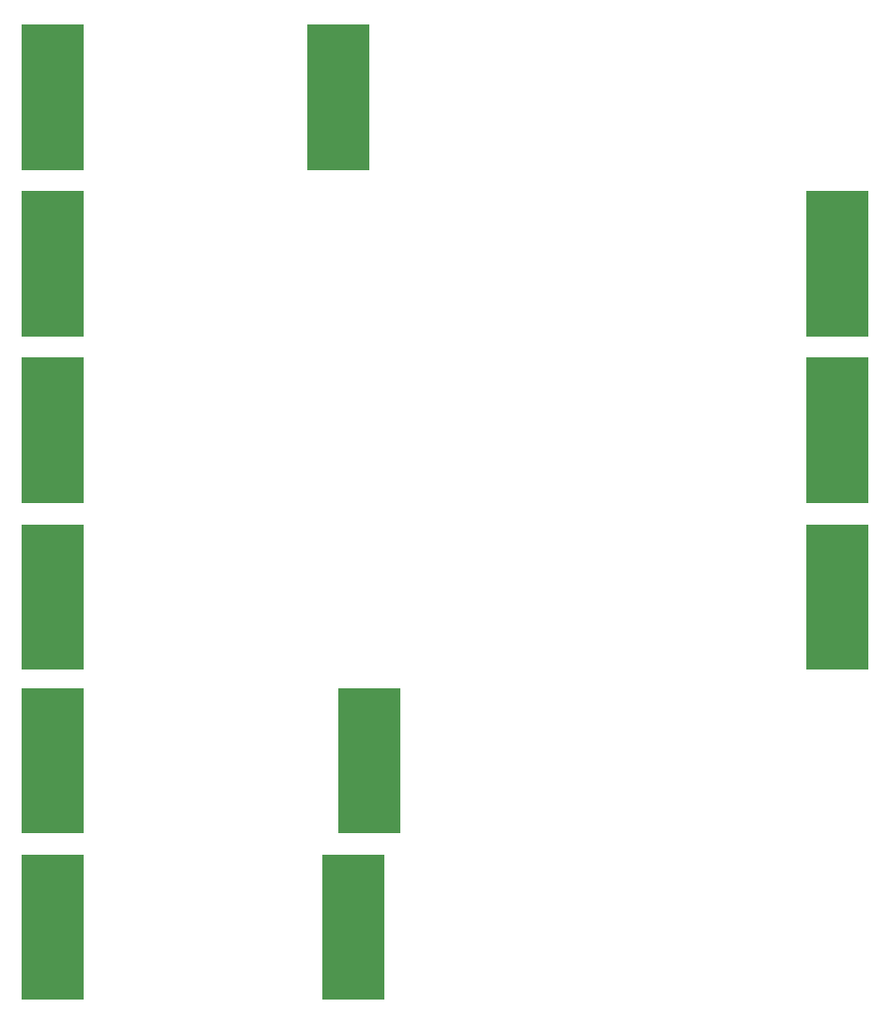
<source format=gbs>
G04 #@! TF.GenerationSoftware,KiCad,Pcbnew,(5.1.7)-1*
G04 #@! TF.CreationDate,2020-12-28T13:52:33+01:00*
G04 #@! TF.ProjectId,6Layers_trl-board,364c6179-6572-4735-9f74-726c2d626f61,0.3*
G04 #@! TF.SameCoordinates,Original*
G04 #@! TF.FileFunction,Soldermask,Bot*
G04 #@! TF.FilePolarity,Negative*
%FSLAX46Y46*%
G04 Gerber Fmt 4.6, Leading zero omitted, Abs format (unit mm)*
G04 Created by KiCad (PCBNEW (5.1.7)-1) date 2020-12-28 13:52:33*
%MOMM*%
%LPD*%
G01*
G04 APERTURE LIST*
%ADD10C,0.100000*%
%ADD11C,2.800000*%
G04 APERTURE END LIST*
D10*
G36*
X130230000Y-139080000D02*
G01*
X130230000Y-126080000D01*
X135730000Y-126080000D01*
X135730000Y-139080000D01*
X130230000Y-139080000D01*
G37*
X130230000Y-139080000D02*
X130230000Y-126080000D01*
X135730000Y-126080000D01*
X135730000Y-139080000D01*
X130230000Y-139080000D01*
G36*
X108630000Y-126080000D02*
G01*
X108630000Y-139080000D01*
X103130000Y-139080000D01*
X103130000Y-126080000D01*
X108630000Y-126080000D01*
G37*
X108630000Y-126080000D02*
X108630000Y-139080000D01*
X103130000Y-139080000D01*
X103130000Y-126080000D01*
X108630000Y-126080000D01*
G36*
X131660000Y-124080000D02*
G01*
X131660000Y-111080000D01*
X137160000Y-111080000D01*
X137160000Y-124080000D01*
X131660000Y-124080000D01*
G37*
X131660000Y-124080000D02*
X131660000Y-111080000D01*
X137160000Y-111080000D01*
X137160000Y-124080000D01*
X131660000Y-124080000D01*
G36*
X108630000Y-111080000D02*
G01*
X108630000Y-124080000D01*
X103130000Y-124080000D01*
X103130000Y-111080000D01*
X108630000Y-111080000D01*
G37*
X108630000Y-111080000D02*
X108630000Y-124080000D01*
X103130000Y-124080000D01*
X103130000Y-111080000D01*
X108630000Y-111080000D01*
G36*
X173830000Y-109330000D02*
G01*
X173830000Y-96330000D01*
X179330000Y-96330000D01*
X179330000Y-109330000D01*
X173830000Y-109330000D01*
G37*
X173830000Y-109330000D02*
X173830000Y-96330000D01*
X179330000Y-96330000D01*
X179330000Y-109330000D01*
X173830000Y-109330000D01*
G36*
X108630000Y-96330000D02*
G01*
X108630000Y-109330000D01*
X103130000Y-109330000D01*
X103130000Y-96330000D01*
X108630000Y-96330000D01*
G37*
X108630000Y-96330000D02*
X108630000Y-109330000D01*
X103130000Y-109330000D01*
X103130000Y-96330000D01*
X108630000Y-96330000D01*
G36*
X173830000Y-94330000D02*
G01*
X173830000Y-81330000D01*
X179330000Y-81330000D01*
X179330000Y-94330000D01*
X173830000Y-94330000D01*
G37*
X173830000Y-94330000D02*
X173830000Y-81330000D01*
X179330000Y-81330000D01*
X179330000Y-94330000D01*
X173830000Y-94330000D01*
G36*
X108630000Y-81330000D02*
G01*
X108630000Y-94330000D01*
X103130000Y-94330000D01*
X103130000Y-81330000D01*
X108630000Y-81330000D01*
G37*
X108630000Y-81330000D02*
X108630000Y-94330000D01*
X103130000Y-94330000D01*
X103130000Y-81330000D01*
X108630000Y-81330000D01*
G36*
X173830000Y-79330000D02*
G01*
X173830000Y-66330000D01*
X179330000Y-66330000D01*
X179330000Y-79330000D01*
X173830000Y-79330000D01*
G37*
X173830000Y-79330000D02*
X173830000Y-66330000D01*
X179330000Y-66330000D01*
X179330000Y-79330000D01*
X173830000Y-79330000D01*
G36*
X108630000Y-66330000D02*
G01*
X108630000Y-79330000D01*
X103130000Y-79330000D01*
X103130000Y-66330000D01*
X108630000Y-66330000D01*
G37*
X108630000Y-66330000D02*
X108630000Y-79330000D01*
X103130000Y-79330000D01*
X103130000Y-66330000D01*
X108630000Y-66330000D01*
G36*
X128830000Y-64330000D02*
G01*
X128830000Y-51330000D01*
X134330000Y-51330000D01*
X134330000Y-64330000D01*
X128830000Y-64330000D01*
G37*
X128830000Y-64330000D02*
X128830000Y-51330000D01*
X134330000Y-51330000D01*
X134330000Y-64330000D01*
X128830000Y-64330000D01*
G36*
X108630000Y-51330000D02*
G01*
X108630000Y-64330000D01*
X103130000Y-64330000D01*
X103130000Y-51330000D01*
X108630000Y-51330000D01*
G37*
X108630000Y-51330000D02*
X108630000Y-64330000D01*
X103130000Y-64330000D01*
X103130000Y-51330000D01*
X108630000Y-51330000D01*
D11*
X132840000Y-137345000D03*
X132840000Y-127815000D03*
X106020000Y-127815000D03*
X106020000Y-137345000D03*
X134270000Y-122345000D03*
X134270000Y-112815000D03*
X106020000Y-112815000D03*
X106020000Y-122345000D03*
X176440000Y-107595000D03*
X176440000Y-98065000D03*
X106020000Y-98065000D03*
X106020000Y-107595000D03*
X176440000Y-92595000D03*
X176440000Y-83065000D03*
X106020000Y-83065000D03*
X106020000Y-92595000D03*
X176440000Y-77595000D03*
X176440000Y-68065000D03*
X106020000Y-68065000D03*
X106020000Y-77595000D03*
X131440000Y-62595000D03*
X131440000Y-53065000D03*
X106020000Y-53065000D03*
X106020000Y-62595000D03*
M02*

</source>
